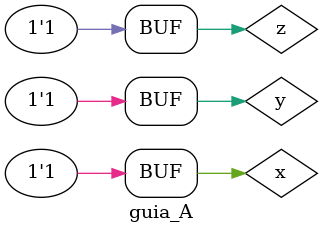
<source format=v>
/*
* Nome : Diego Da Silva Ferreira
* Matricula : 71 06 78
*
**/

module fxy (output s,
input x, y, z);
assign s = ~(x & y) & z;
endmodule // fxy

module guia_A;
reg x, y, z;
wire s1; 
// instancias
fxy FXY1 (s1, x, y, z);

// valores iniciais
initial begin: start
x=1'b0; y=1'b0; z = 1'b0; // indefinidos
end

// parte principal
initial begin: main

// identificacao
$display("Guia-04 - Diego Da Silva Ferreira - 71 06 78 ");
$display("Expressão : ( x . y )' . z \n ");
$display(" x  y  z | ( x . y )' . z  " );
$monitor("%2b %2b %2b |    %2b" , x , y , z ,  s1);

// sinalizacao
#1 x=0; y=0; z=1;
#1 x=0; y=1; z=0;
#1 x=0; y=1; z=1;
#1 x=1; y=0; z=0;
#1 x=1; y=0; z=1;
#1 x=1; y=1; z=0;
#1 x=1; y=1; z=1;

end
endmodule // test_module
/*
teste :  

Guia-04 - Diego Da Silva Ferreira - 71 06 78 
Expressão : ( x . y )' . z 
 
 x  y  z | ( x . y )' . z  
 0  0  0 |     0
 0  0  1 |     1
 0  1  0 |     0
 0  1  1 |     1
 1  0  0 |     0
 1  0  1 |     1
 1  1  0 |     0
 1  1  1 |     0

*/

</source>
